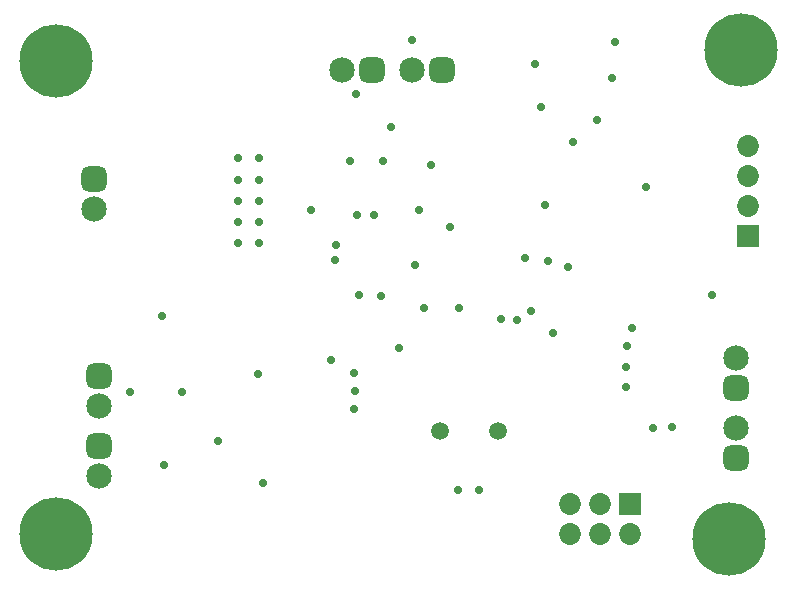
<source format=gbs>
G04*
G04 #@! TF.GenerationSoftware,Altium Limited,Altium Designer,20.2.5 (213)*
G04*
G04 Layer_Color=16711935*
%FSLAX25Y25*%
%MOIN*%
G70*
G04*
G04 #@! TF.SameCoordinates,4AF3BCA7-DBB1-4E44-85BE-4205754FEF36*
G04*
G04*
G04 #@! TF.FilePolarity,Negative*
G04*
G01*
G75*
%ADD25C,0.08477*%
G04:AMPARAMS|DCode=26|XSize=84.77mil|YSize=84.77mil|CornerRadius=23.19mil|HoleSize=0mil|Usage=FLASHONLY|Rotation=90.000|XOffset=0mil|YOffset=0mil|HoleType=Round|Shape=RoundedRectangle|*
%AMROUNDEDRECTD26*
21,1,0.08477,0.03839,0,0,90.0*
21,1,0.03839,0.08477,0,0,90.0*
1,1,0.04639,0.01919,0.01919*
1,1,0.04639,0.01919,-0.01919*
1,1,0.04639,-0.01919,-0.01919*
1,1,0.04639,-0.01919,0.01919*
%
%ADD26ROUNDEDRECTD26*%
G04:AMPARAMS|DCode=27|XSize=84.77mil|YSize=84.77mil|CornerRadius=23.19mil|HoleSize=0mil|Usage=FLASHONLY|Rotation=180.000|XOffset=0mil|YOffset=0mil|HoleType=Round|Shape=RoundedRectangle|*
%AMROUNDEDRECTD27*
21,1,0.08477,0.03839,0,0,180.0*
21,1,0.03839,0.08477,0,0,180.0*
1,1,0.04639,-0.01919,0.01919*
1,1,0.04639,0.01919,0.01919*
1,1,0.04639,0.01919,-0.01919*
1,1,0.04639,-0.01919,-0.01919*
%
%ADD27ROUNDEDRECTD27*%
%ADD28C,0.05918*%
%ADD29R,0.07296X0.07296*%
%ADD30C,0.07296*%
%ADD31R,0.07296X0.07296*%
%ADD32C,0.24422*%
%ADD33C,0.02756*%
D25*
X246346Y-141843D02*
D03*
X32500Y-69000D02*
D03*
X34000Y-134500D02*
D03*
X115000Y-22500D02*
D03*
X246456Y-118480D02*
D03*
X138363Y-22500D02*
D03*
X34000Y-157863D02*
D03*
D26*
X246346Y-151844D02*
D03*
X32500Y-59000D02*
D03*
X34000Y-124500D02*
D03*
X246456Y-128480D02*
D03*
X34000Y-147863D02*
D03*
D27*
X125000Y-22500D02*
D03*
X148363D02*
D03*
D28*
X147894Y-143000D02*
D03*
X167106D02*
D03*
D29*
X211262Y-167104D02*
D03*
D30*
Y-177104D02*
D03*
X201262Y-167104D02*
D03*
Y-177104D02*
D03*
X191262Y-167104D02*
D03*
Y-177104D02*
D03*
X250500Y-47852D02*
D03*
Y-57852D02*
D03*
Y-67852D02*
D03*
D31*
Y-77852D02*
D03*
D32*
X19685Y-19685D02*
D03*
X248000Y-16000D02*
D03*
X244000Y-179000D02*
D03*
X19685Y-177165D02*
D03*
D33*
X182677Y-67716D02*
D03*
X61975Y-129796D02*
D03*
X44586Y-129874D02*
D03*
X185574Y-110136D02*
D03*
X225197Y-141732D02*
D03*
X238583Y-97638D02*
D03*
X192126Y-46457D02*
D03*
X119685Y-30709D02*
D03*
X131496Y-41732D02*
D03*
X144882Y-54331D02*
D03*
X151181Y-74803D02*
D03*
X210105Y-114537D02*
D03*
X209936Y-128240D02*
D03*
X209970Y-121676D02*
D03*
X216535Y-61417D02*
D03*
X211811Y-108661D02*
D03*
X200159Y-39211D02*
D03*
X206102Y-13240D02*
D03*
X179646Y-20656D02*
D03*
X183903Y-86105D02*
D03*
X190551Y-88189D02*
D03*
X176174Y-85391D02*
D03*
X168057Y-105712D02*
D03*
X173556Y-105805D02*
D03*
X178315Y-102847D02*
D03*
X120151Y-70866D02*
D03*
X139594Y-87402D02*
D03*
X154135Y-101942D02*
D03*
X112811Y-85825D02*
D03*
X113012Y-80859D02*
D03*
X104724Y-69310D02*
D03*
X120923Y-97526D02*
D03*
X128275Y-97767D02*
D03*
X125984Y-70866D02*
D03*
X134066Y-115169D02*
D03*
X119301Y-135453D02*
D03*
Y-123711D02*
D03*
X119505Y-129599D02*
D03*
X55905Y-154331D02*
D03*
X87527Y-66210D02*
D03*
Y-73297D02*
D03*
Y-59123D02*
D03*
X87178Y-123940D02*
D03*
X87527Y-80383D02*
D03*
X80440Y-52037D02*
D03*
X87527D02*
D03*
X80440Y-59123D02*
D03*
X55118Y-104724D02*
D03*
X218728Y-142019D02*
D03*
X128776Y-52911D02*
D03*
X117932Y-52954D02*
D03*
X138385Y-12651D02*
D03*
X205293Y-25227D02*
D03*
X80440Y-73297D02*
D03*
Y-80383D02*
D03*
Y-66210D02*
D03*
X88967Y-160095D02*
D03*
X142526Y-102000D02*
D03*
X153852Y-162541D02*
D03*
X160955D02*
D03*
X140696Y-69093D02*
D03*
X111617Y-119097D02*
D03*
X73779Y-146186D02*
D03*
X181376Y-35050D02*
D03*
M02*

</source>
